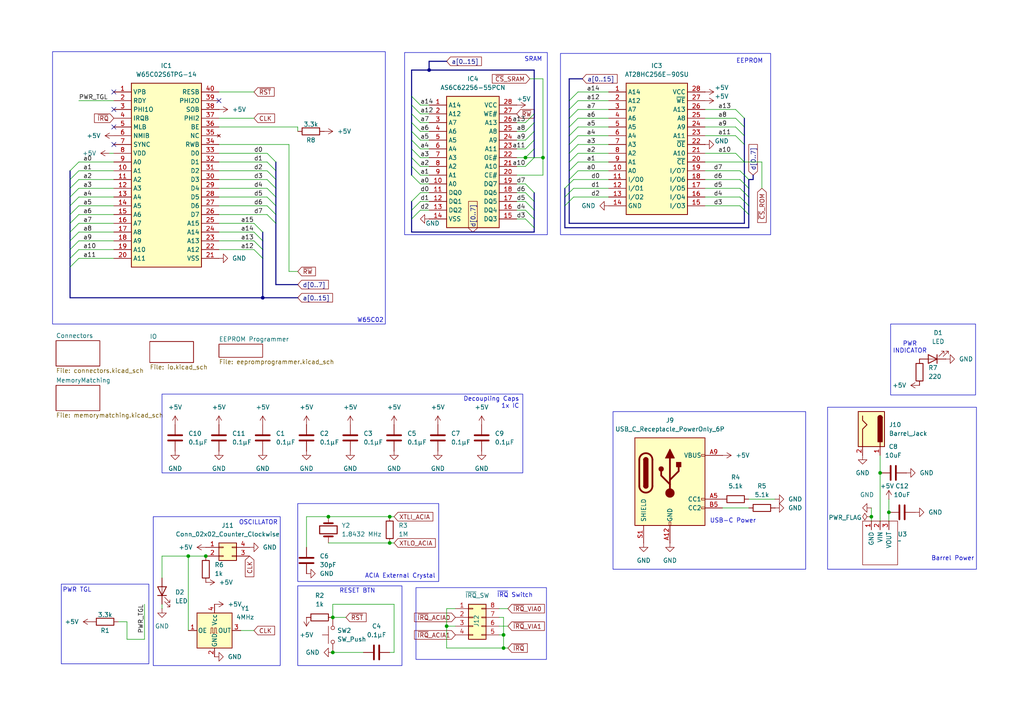
<source format=kicad_sch>
(kicad_sch (version 20250114) (generator "eeschema") (generator_version "9.0")
  (paper "A4")
  (title_block (title "6502 General Purpose Controller") (date "2025-05-22") (rev "3"))
  (rectangle (start 120.65 170.434) (end 158.496 191.262))
  (rectangle (start 177.8 119.38) (end 233.68 165.1))
  (rectangle (start 86.36 169.926) (end 116.586 193.04))
  (rectangle (start 240.03 118.11) (end 283.21 165.1))
  (rectangle (start 17.78 169.418) (end 43.18 192.532))
  (rectangle (start 44.45 149.86) (end 81.28 193.04))
  (rectangle (start 117.348 15.24) (end 158.75 68.072))
  (rectangle (start 258.318 93.98) (end 282.956 114.554))
  (rectangle (start 15.24 14.986) (end 111.76 93.98))
  (rectangle (start 46.99 114.3) (end 151.638 137.16))
  (rectangle (start 86.36 146.05) (end 127.254 168.656))
  (rectangle (start 162.56 15.494) (end 223.52 68.072))
  (text "PWR TGL" (at 22.352 171.196 0) (effects (font (size 1.27 1.27))))
  (text "EEPROM" (at 217.424 17.78 0) (effects (font (size 1.27 1.27))))
  (text "RESET BTN" (at 103.632 171.45 0) (effects (font (size 1.27 1.27))))
  (text "~{IRQ} Switch" (at 149.352 172.72 0) (effects (font (size 1.27 1.27))))
  (text "PWR\nINDICATOR" (at 263.906 100.838 0) (effects (font (size 1.27 1.27))))
  (text "OSCILLATOR" (at 74.93 151.638 0) (effects (font (size 1.27 1.27))))
  (text "Decoupling Caps\n1x IC" (at 150.622 116.84 0) (effects (font (size 1.27 1.27)) (justify right)))
  (text "ACIA External Crystal" (at 116.078 167.132 0) (effects (font (size 1.27 1.27))))
  (text "SRAM" (at 154.686 17.272 0) (effects (font (size 1.27 1.27))))
  (text "W65C02" (at 107.442 92.964 0) (effects (font (size 1.27 1.27))))
  (text "Barrel Power" (at 276.352 162.052 0) (effects (font (size 1.27 1.27))))
  (text "USB-C Power" (at 212.598 151.13 0) (effects (font (size 1.27 1.27))))
  (junction (at 146.05 184.15))
  (junction (at 252.73 149.86))
  (junction (at 113.03 149.86))
  (junction (at 124.46 20.32))
  (junction (at 96.52 189.23))
  (junction (at 146.05 187.96))
  (junction (at 255.27 137.16))
  (junction (at 152.4 45.72))
  (junction (at 157.48 45.72))
  (junction (at 113.03 157.48))
  (junction (at 129.54 181.61))
  (junction (at 257.81 148.59))
  (junction (at 54.61 161.29))
  (junction (at 76.2 86.36))
  (junction (at 59.69 161.29))
  (junction (at 96.52 179.07))
  (junction (at 95.25 149.86))
  (no_connect (at 63.5 29.21))
  (no_connect (at 33.02 31.75))
  (no_connect (at 33.02 26.67))
  (no_connect (at 33.02 41.91))
  (no_connect (at 33.02 36.83))
  (bus_entry (at 121.92 58.42) (size -2.54 2.54))
  (bus_entry (at 214.63 57.15) (size 2.54 2.54))
  (bus_entry (at 167.64 44.45) (size -2.54 2.54))
  (bus_entry (at 166.37 52.07) (size -2.54 2.54))
  (bus_entry (at 152.4 53.34) (size 2.54 2.54))
  (bus_entry (at 22.86 74.93) (size -2.54 2.54))
  (bus_entry (at 121.92 38.1) (size -2.54 -2.54))
  (bus_entry (at 166.37 57.15) (size -2.54 2.54))
  (bus_entry (at 73.66 64.77) (size 2.54 2.54))
  (bus_entry (at 152.4 55.88) (size 2.54 2.54))
  (bus_entry (at 22.86 64.77) (size -2.54 2.54))
  (bus_entry (at 121.92 35.56) (size -2.54 -2.54))
  (bus_entry (at 213.36 31.75) (size 2.54 2.54))
  (bus_entry (at 77.47 44.45) (size 2.54 2.54))
  (bus_entry (at 152.4 45.72) (size 2.54 -2.54))
  (bus_entry (at 152.4 58.42) (size 2.54 2.54))
  (bus_entry (at 152.4 40.64) (size 2.54 -2.54))
  (bus_entry (at 121.92 40.64) (size -2.54 -2.54))
  (bus_entry (at 214.63 52.07) (size 2.54 2.54))
  (bus_entry (at 73.66 67.31) (size 2.54 2.54))
  (bus_entry (at 80.01 52.07) (size -2.54 -2.54))
  (bus_entry (at 22.86 67.31) (size -2.54 2.54))
  (bus_entry (at 167.64 34.29) (size -2.54 2.54))
  (bus_entry (at 121.92 43.18) (size -2.54 -2.54))
  (bus_entry (at 121.92 33.02) (size -2.54 -2.54))
  (bus_entry (at 213.36 39.37) (size 2.54 2.54))
  (bus_entry (at 167.64 39.37) (size -2.54 2.54))
  (bus_entry (at 73.66 69.85) (size 2.54 2.54))
  (bus_entry (at 167.64 46.99) (size -2.54 2.54))
  (bus_entry (at 167.64 41.91) (size -2.54 2.54))
  (bus_entry (at 166.37 54.61) (size -2.54 2.54))
  (bus_entry (at 80.01 59.69) (size -2.54 -2.54))
  (bus_entry (at 167.64 36.83) (size -2.54 2.54))
  (bus_entry (at 214.63 54.61) (size 2.54 2.54))
  (bus_entry (at 121.92 45.72) (size -2.54 -2.54))
  (bus_entry (at 22.86 52.07) (size -2.54 2.54))
  (bus_entry (at 22.86 62.23) (size -2.54 2.54))
  (bus_entry (at 213.36 36.83) (size 2.54 2.54))
  (bus_entry (at 152.4 38.1) (size 2.54 -2.54))
  (bus_entry (at 121.92 30.48) (size -2.54 -2.54))
  (bus_entry (at 167.64 26.67) (size -2.54 2.54))
  (bus_entry (at 80.01 62.23) (size -2.54 -2.54))
  (bus_entry (at 22.86 59.69) (size -2.54 2.54))
  (bus_entry (at 167.64 49.53) (size -2.54 2.54))
  (bus_entry (at 22.86 72.39) (size -2.54 2.54))
  (bus_entry (at 121.92 50.8) (size -2.54 -2.54))
  (bus_entry (at 214.63 49.53) (size 2.54 2.54))
  (bus_entry (at 22.86 46.99) (size -2.54 2.54))
  (bus_entry (at 121.92 55.88) (size -2.54 2.54))
  (bus_entry (at 22.86 69.85) (size -2.54 2.54))
  (bus_entry (at 22.86 49.53) (size -2.54 2.54))
  (bus_entry (at 214.63 59.69) (size 2.54 2.54))
  (bus_entry (at 80.01 54.61) (size -2.54 -2.54))
  (bus_entry (at 213.36 34.29) (size 2.54 2.54))
  (bus_entry (at 152.4 43.18) (size 2.54 -2.54))
  (bus_entry (at 213.36 44.45) (size 2.54 2.54))
  (bus_entry (at 121.92 60.96) (size -2.54 2.54))
  (bus_entry (at 152.4 48.26) (size 2.54 -2.54))
  (bus_entry (at 152.4 35.56) (size 2.54 -2.54))
  (bus_entry (at 22.86 54.61) (size -2.54 2.54))
  (bus_entry (at 121.92 48.26) (size -2.54 -2.54))
  (bus_entry (at 167.64 31.75) (size -2.54 2.54))
  (bus_entry (at 167.64 29.21) (size -2.54 2.54))
  (bus_entry (at 73.66 72.39) (size 2.54 2.54))
  (bus_entry (at 152.4 60.96) (size 2.54 2.54))
  (bus_entry (at 80.01 64.77) (size -2.54 -2.54))
  (bus_entry (at 80.01 57.15) (size -2.54 -2.54))
  (bus_entry (at 80.01 49.53) (size -2.54 -2.54))
  (bus_entry (at 121.92 53.34) (size -2.54 -2.54))
  (bus_entry (at 22.86 57.15) (size -2.54 2.54))
  (bus_entry (at 152.4 63.5) (size 2.54 2.54))
  (wire (pts (xy 204.47 46.99) (xy 215.9 46.99)))
  (wire (pts (xy 209.55 147.32) (xy 217.17 147.32)))
  (wire (pts (xy 114.3 189.23) (xy 114.3 175.26)))
  (wire (pts (xy 63.5 26.67) (xy 73.66 26.67)))
  (bus (pts (xy 217.17 52.07) (xy 217.17 54.61)))
  (wire (pts (xy 215.9 46.99) (xy 220.98 46.99)))
  (bus (pts (xy 165.1 22.86) (xy 165.1 29.21)))
  (bus (pts (xy 217.17 59.69) (xy 217.17 62.23)))
  (bus (pts (xy 119.38 27.94) (xy 119.38 30.48)))
  (bus (pts (xy 163.83 57.15) (xy 163.83 59.69)))
  (wire (pts (xy 149.86 55.88) (xy 152.4 55.88)))
  (wire (pts (xy 69.85 182.88) (xy 73.66 182.88)))
  (wire (pts (xy 149.86 35.56) (xy 152.4 35.56)))
  (bus (pts (xy 154.94 43.18) (xy 154.94 45.72)))
  (wire (pts (xy 146.05 184.15) (xy 146.05 179.07)))
  (wire (pts (xy 166.37 57.15) (xy 176.53 57.15)))
  (wire (pts (xy 204.47 39.37) (xy 213.36 39.37)))
  (wire (pts (xy 95.25 157.48) (xy 113.03 157.48)))
  (bus (pts (xy 119.38 30.48) (xy 119.38 33.02)))
  (bus (pts (xy 215.9 39.37) (xy 215.9 41.91)))
  (bus (pts (xy 80.01 52.07) (xy 80.01 54.61)))
  (wire (pts (xy 22.86 49.53) (xy 33.02 49.53)))
  (wire (pts (xy 204.47 59.69) (xy 214.63 59.69)))
  (wire (pts (xy 113.03 149.86) (xy 114.3 149.86)))
  (bus (pts (xy 163.83 66.04) (xy 217.17 66.04)))
  (wire (pts (xy 144.78 181.61) (xy 147.32 181.61)))
  (bus (pts (xy 215.9 36.83) (xy 215.9 39.37)))
  (wire (pts (xy 121.92 38.1) (xy 124.46 38.1)))
  (wire (pts (xy 204.47 31.75) (xy 213.36 31.75)))
  (bus (pts (xy 119.38 43.18) (xy 119.38 45.72)))
  (wire (pts (xy 63.5 52.07) (xy 77.47 52.07)))
  (wire (pts (xy 63.5 44.45) (xy 77.47 44.45)))
  (bus (pts (xy 20.32 62.23) (xy 20.32 64.77)))
  (bus (pts (xy 163.83 59.69) (xy 163.83 66.04)))
  (wire (pts (xy 167.64 26.67) (xy 176.53 26.67)))
  (wire (pts (xy 63.5 36.83) (xy 86.36 36.83)))
  (bus (pts (xy 20.32 67.31) (xy 20.32 69.85)))
  (wire (pts (xy 167.64 41.91) (xy 176.53 41.91)))
  (bus (pts (xy 165.1 49.53) (xy 165.1 52.07)))
  (wire (pts (xy 22.86 69.85) (xy 33.02 69.85)))
  (wire (pts (xy 96.52 179.07) (xy 100.33 179.07)))
  (wire (pts (xy 22.86 67.31) (xy 33.02 67.31)))
  (bus (pts (xy 154.94 66.04) (xy 154.94 67.31)))
  (bus (pts (xy 165.1 44.45) (xy 165.1 46.99)))
  (wire (pts (xy 255.27 137.16) (xy 255.27 151.13)))
  (bus (pts (xy 217.17 54.61) (xy 217.17 57.15)))
  (wire (pts (xy 204.47 44.45) (xy 213.36 44.45)))
  (bus (pts (xy 76.2 86.36) (xy 86.36 86.36)))
  (bus (pts (xy 165.1 39.37) (xy 165.1 41.91)))
  (wire (pts (xy 255.27 132.08) (xy 255.27 137.16)))
  (wire (pts (xy 157.48 45.72) (xy 157.48 50.8)))
  (bus (pts (xy 215.9 41.91) (xy 215.9 46.99)))
  (wire (pts (xy 257.81 148.59) (xy 257.81 151.13)))
  (wire (pts (xy 166.37 54.61) (xy 176.53 54.61)))
  (wire (pts (xy 86.36 78.74) (xy 83.82 78.74)))
  (wire (pts (xy 149.86 48.26) (xy 152.4 48.26)))
  (wire (pts (xy 86.36 36.83) (xy 86.36 38.1)))
  (wire (pts (xy 121.92 43.18) (xy 124.46 43.18)))
  (wire (pts (xy 144.78 176.53) (xy 147.32 176.53)))
  (bus (pts (xy 20.32 57.15) (xy 20.32 59.69)))
  (bus (pts (xy 80.01 57.15) (xy 80.01 59.69)))
  (wire (pts (xy 204.47 49.53) (xy 214.63 49.53)))
  (wire (pts (xy 217.17 144.78) (xy 224.79 144.78)))
  (bus (pts (xy 124.46 17.78) (xy 124.46 20.32)))
  (bus (pts (xy 217.17 62.23) (xy 217.17 66.04)))
  (wire (pts (xy 36.83 180.34) (xy 36.83 185.42)))
  (bus (pts (xy 124.46 20.32) (xy 154.94 20.32)))
  (bus (pts (xy 80.01 82.55) (xy 86.36 82.55)))
  (wire (pts (xy 34.29 180.34) (xy 36.83 180.34)))
  (wire (pts (xy 252.73 147.32) (xy 252.73 149.86)))
  (wire (pts (xy 63.5 34.29) (xy 73.66 34.29)))
  (bus (pts (xy 119.38 48.26) (xy 119.38 50.8)))
  (bus (pts (xy 215.9 34.29) (xy 215.9 36.83)))
  (wire (pts (xy 121.92 33.02) (xy 124.46 33.02)))
  (bus (pts (xy 80.01 46.99) (xy 80.01 49.53)))
  (bus (pts (xy 215.9 46.99) (xy 215.9 64.77)))
  (bus (pts (xy 80.01 54.61) (xy 80.01 57.15)))
  (wire (pts (xy 41.91 175.26) (xy 41.91 185.42)))
  (wire (pts (xy 167.64 34.29) (xy 176.53 34.29)))
  (bus (pts (xy 20.32 77.47) (xy 20.32 86.36)))
  (wire (pts (xy 46.99 175.26) (xy 46.99 176.53)))
  (bus (pts (xy 76.2 72.39) (xy 76.2 74.93)))
  (wire (pts (xy 149.86 60.96) (xy 152.4 60.96)))
  (bus (pts (xy 154.94 58.42) (xy 154.94 60.96)))
  (wire (pts (xy 63.5 59.69) (xy 77.47 59.69)))
  (wire (pts (xy 149.86 43.18) (xy 152.4 43.18)))
  (bus (pts (xy 80.01 62.23) (xy 80.01 64.77)))
  (bus (pts (xy 20.32 49.53) (xy 20.32 52.07)))
  (wire (pts (xy 167.64 36.83) (xy 176.53 36.83)))
  (wire (pts (xy 22.86 72.39) (xy 33.02 72.39)))
  (wire (pts (xy 157.48 22.86) (xy 157.48 45.72)))
  (wire (pts (xy 121.92 30.48) (xy 124.46 30.48)))
  (bus (pts (xy 154.94 40.64) (xy 154.94 43.18)))
  (bus (pts (xy 217.17 57.15) (xy 217.17 59.69)))
  (bus (pts (xy 20.32 74.93) (xy 20.32 77.47)))
  (wire (pts (xy 149.86 38.1) (xy 152.4 38.1)))
  (bus (pts (xy 76.2 67.31) (xy 76.2 69.85)))
  (wire (pts (xy 22.86 64.77) (xy 33.02 64.77)))
  (wire (pts (xy 149.86 58.42) (xy 152.4 58.42)))
  (wire (pts (xy 113.03 189.23) (xy 114.3 189.23)))
  (wire (pts (xy 166.37 52.07) (xy 176.53 52.07)))
  (wire (pts (xy 129.54 187.96) (xy 129.54 181.61)))
  (wire (pts (xy 63.5 67.31) (xy 73.66 67.31)))
  (bus (pts (xy 165.1 29.21) (xy 165.1 31.75)))
  (wire (pts (xy 121.92 58.42) (xy 124.46 58.42)))
  (bus (pts (xy 20.32 86.36) (xy 76.2 86.36)))
  (wire (pts (xy 88.9 149.86) (xy 95.25 149.86)))
  (wire (pts (xy 96.52 175.26) (xy 96.52 179.07)))
  (bus (pts (xy 119.38 60.96) (xy 119.38 63.5)))
  (wire (pts (xy 63.5 62.23) (xy 77.47 62.23)))
  (bus (pts (xy 165.1 64.77) (xy 215.9 64.77)))
  (wire (pts (xy 63.5 57.15) (xy 77.47 57.15)))
  (bus (pts (xy 80.01 64.77) (xy 80.01 82.55)))
  (wire (pts (xy 144.78 184.15) (xy 146.05 184.15)))
  (wire (pts (xy 154.94 45.72) (xy 157.48 45.72)))
  (wire (pts (xy 113.03 157.48) (xy 114.3 157.48)))
  (bus (pts (xy 154.94 33.02) (xy 154.94 35.56)))
  (wire (pts (xy 54.61 161.29) (xy 59.69 161.29)))
  (wire (pts (xy 88.9 149.86) (xy 88.9 158.75)))
  (bus (pts (xy 154.94 55.88) (xy 154.94 58.42)))
  (wire (pts (xy 31.75 44.45) (xy 33.02 44.45)))
  (wire (pts (xy 152.4 45.72) (xy 154.94 45.72)))
  (wire (pts (xy 63.5 69.85) (xy 73.66 69.85)))
  (wire (pts (xy 121.92 48.26) (xy 124.46 48.26)))
  (wire (pts (xy 149.86 45.72) (xy 152.4 45.72)))
  (wire (pts (xy 252.73 149.86) (xy 252.73 151.13)))
  (wire (pts (xy 204.47 34.29) (xy 213.36 34.29)))
  (wire (pts (xy 121.92 55.88) (xy 124.46 55.88)))
  (wire (pts (xy 96.52 189.23) (xy 105.41 189.23)))
  (wire (pts (xy 129.54 181.61) (xy 132.08 181.61)))
  (wire (pts (xy 204.47 36.83) (xy 213.36 36.83)))
  (bus (pts (xy 165.1 46.99) (xy 165.1 49.53)))
  (wire (pts (xy 204.47 57.15) (xy 214.63 57.15)))
  (bus (pts (xy 76.2 69.85) (xy 76.2 72.39)))
  (wire (pts (xy 22.86 54.61) (xy 33.02 54.61)))
  (bus (pts (xy 20.32 59.69) (xy 20.32 62.23)))
  (bus (pts (xy 168.91 22.86) (xy 165.1 22.86)))
  (wire (pts (xy 167.64 49.53) (xy 176.53 49.53)))
  (bus (pts (xy 154.94 60.96) (xy 154.94 63.5)))
  (wire (pts (xy 95.25 149.86) (xy 113.03 149.86)))
  (bus (pts (xy 217.17 52.07) (xy 218.44 52.07)))
  (wire (pts (xy 46.99 167.64) (xy 46.99 161.29)))
  (wire (pts (xy 167.64 46.99) (xy 176.53 46.99)))
  (wire (pts (xy 204.47 54.61) (xy 214.63 54.61)))
  (bus (pts (xy 154.94 38.1) (xy 154.94 40.64)))
  (bus (pts (xy 20.32 64.77) (xy 20.32 67.31)))
  (bus (pts (xy 119.38 35.56) (xy 119.38 38.1)))
  (bus (pts (xy 119.38 63.5) (xy 119.38 67.31)))
  (wire (pts (xy 22.86 59.69) (xy 33.02 59.69)))
  (bus (pts (xy 80.01 59.69) (xy 80.01 62.23)))
  (wire (pts (xy 36.83 185.42) (xy 41.91 185.42)))
  (bus (pts (xy 165.1 31.75) (xy 165.1 34.29)))
  (bus (pts (xy 20.32 52.07) (xy 20.32 54.61)))
  (wire (pts (xy 121.92 40.64) (xy 124.46 40.64)))
  (wire (pts (xy 146.05 179.07) (xy 144.78 179.07)))
  (bus (pts (xy 76.2 74.93) (xy 76.2 86.36)))
  (wire (pts (xy 22.86 62.23) (xy 33.02 62.23)))
  (wire (pts (xy 167.64 29.21) (xy 176.53 29.21)))
  (bus (pts (xy 119.38 38.1) (xy 119.38 40.64)))
  (bus (pts (xy 218.44 50.8) (xy 218.44 52.07)))
  (bus (pts (xy 20.32 69.85) (xy 20.32 72.39)))
  (bus (pts (xy 119.38 67.31) (xy 154.94 67.31)))
  (bus (pts (xy 119.38 40.64) (xy 119.38 43.18)))
  (wire (pts (xy 167.64 44.45) (xy 176.53 44.45)))
  (wire (pts (xy 204.47 52.07) (xy 214.63 52.07)))
  (wire (pts (xy 149.86 63.5) (xy 152.4 63.5)))
  (bus (pts (xy 119.38 33.02) (xy 119.38 35.56)))
  (wire (pts (xy 22.86 29.21) (xy 33.02 29.21)))
  (wire (pts (xy 129.54 187.96) (xy 146.05 187.96)))
  (bus (pts (xy 129.54 17.78) (xy 124.46 17.78)))
  (wire (pts (xy 121.92 45.72) (xy 124.46 45.72)))
  (wire (pts (xy 153.67 22.86) (xy 157.48 22.86)))
  (wire (pts (xy 63.5 41.91) (xy 83.82 41.91)))
  (bus (pts (xy 119.38 20.32) (xy 119.38 27.94)))
  (wire (pts (xy 121.92 35.56) (xy 124.46 35.56)))
  (bus (pts (xy 80.01 49.53) (xy 80.01 52.07)))
  (bus (pts (xy 163.83 54.61) (xy 163.83 57.15)))
  (wire (pts (xy 220.98 46.99) (xy 220.98 54.61)))
  (bus (pts (xy 154.94 35.56) (xy 154.94 38.1)))
  (bus (pts (xy 20.32 54.61) (xy 20.32 57.15)))
  (wire (pts (xy 129.54 181.61) (xy 129.54 176.53)))
  (bus (pts (xy 119.38 20.32) (xy 124.46 20.32)))
  (bus (pts (xy 165.1 36.83) (xy 165.1 39.37)))
  (bus (pts (xy 119.38 45.72) (xy 119.38 48.26)))
  (wire (pts (xy 121.92 60.96) (xy 124.46 60.96)))
  (wire (pts (xy 22.86 74.93) (xy 33.02 74.93)))
  (wire (pts (xy 114.3 175.26) (xy 96.52 175.26)))
  (wire (pts (xy 257.81 144.78) (xy 257.81 148.59)))
  (wire (pts (xy 22.86 46.99) (xy 33.02 46.99)))
  (wire (pts (xy 121.92 50.8) (xy 124.46 50.8)))
  (bus (pts (xy 165.1 34.29) (xy 165.1 36.83)))
  (wire (pts (xy 149.86 40.64) (xy 152.4 40.64)))
  (wire (pts (xy 63.5 46.99) (xy 77.47 46.99)))
  (wire (pts (xy 167.64 31.75) (xy 176.53 31.75)))
  (wire (pts (xy 63.5 54.61) (xy 77.47 54.61)))
  (wire (pts (xy 167.64 39.37) (xy 176.53 39.37)))
  (wire (pts (xy 121.92 53.34) (xy 124.46 53.34)))
  (wire (pts (xy 46.99 161.29) (xy 54.61 161.29)))
  (wire (pts (xy 63.5 49.53) (xy 77.47 49.53)))
  (bus (pts (xy 165.1 52.07) (xy 165.1 64.77)))
  (wire (pts (xy 22.86 57.15) (xy 33.02 57.15)))
  (wire (pts (xy 129.54 176.53) (xy 132.08 176.53)))
  (wire (pts (xy 157.48 50.8) (xy 149.86 50.8)))
  (wire (pts (xy 149.86 53.34) (xy 152.4 53.34)))
  (bus (pts (xy 20.32 72.39) (xy 20.32 74.93)))
  (bus (pts (xy 154.94 20.32) (xy 154.94 33.02)))
  (wire (pts (xy 146.05 184.15) (xy 146.05 187.96)))
  (bus (pts (xy 154.94 63.5) (xy 154.94 66.04)))
  (wire (pts (xy 54.61 182.88) (xy 54.61 161.29)))
  (bus (pts (xy 119.38 58.42) (xy 119.38 60.96)))
  (wire (pts (xy 22.86 52.07) (xy 33.02 52.07)))
  (bus (pts (xy 165.1 41.91) (xy 165.1 44.45)))
  (wire (pts (xy 83.82 78.74) (xy 83.82 41.91)))
  (wire (pts (xy 63.5 72.39) (xy 73.66 72.39)))
  (wire (pts (xy 63.5 64.77) (xy 73.66 64.77)))
  (wire (pts (xy 146.05 187.96) (xy 147.32 187.96)))
  (label "a3" (at 121.92 45.72 0))
  (label "a7" (at 24.13 64.77 0))
  (label "a4" (at 170.18 39.37 0))
  (label "a14" (at 69.85 67.31 0))
  (label "d2" (at 171.45 57.15 0))
  (label "a5" (at 170.18 36.83 0))
  (label "a1" (at 24.13 49.53 0))
  (label "a12" (at 121.92 33.02 0))
  (label "d0" (at 73.66 44.45 0))
  (label "PWR_TGL" (at 41.91 175.26 270))
  (label "a8" (at 24.13 67.31 0))
  (label "a7" (at 121.92 35.56 0))
  (label "d4" (at 152.4 60.96 180))
  (label "a2" (at 121.92 48.26 0))
  (label "d3" (at 207.01 59.69 0))
  (label "a10" (at 152.4 48.26 180))
  (label "d7" (at 73.66 62.23 0))
  (label "PWR_TGL" (at 22.86 29.21 0))
  (label "a14" (at 121.92 30.48 0))
  (label "a5" (at 24.13 59.69 0))
  (label "d7" (at 207.01 49.53 0))
  (label "d1" (at 73.66 46.99 0))
  (label "a12" (at 69.85 72.39 0))
  (label "a8" (at 208.28 34.29 0))
  (label "a3" (at 170.18 41.91 0))
  (label "a0" (at 170.18 49.53 0))
  (label "a11" (at 152.4 43.18 180))
  (label "d6" (at 73.66 59.69 0))
  (label "d3" (at 73.66 52.07 0))
  (label "a13" (at 152.4 35.56 180))
  (label "a11" (at 208.28 39.37 0))
  (label "a0" (at 121.92 53.34 0))
  (label "d0" (at 171.45 52.07 0))
  (label "a6" (at 24.13 62.23 0))
  (label "d1" (at 121.92 58.42 0))
  (label "a1" (at 121.92 50.8 0))
  (label "d6" (at 207.01 52.07 0))
  (label "d2" (at 73.66 49.53 0))
  (label "a10" (at 24.13 72.39 0))
  (label "a14" (at 170.18 26.67 0))
  (label "d0" (at 121.92 55.88 0))
  (label "a6" (at 121.92 38.1 0))
  (label "d5" (at 152.4 58.42 180))
  (label "d5" (at 73.66 57.15 0))
  (label "a9" (at 24.13 69.85 0))
  (label "d4" (at 73.66 54.61 0))
  (label "a1" (at 170.18 46.99 0))
  (label "a11" (at 24.13 74.93 0))
  (label "a3" (at 24.13 54.61 0))
  (label "d6" (at 152.4 55.88 180))
  (label "a4" (at 121.92 43.18 0))
  (label "a0" (at 24.13 46.99 0))
  (label "d3" (at 152.4 63.5 180))
  (label "a5" (at 121.92 40.64 0))
  (label "d4" (at 207.01 57.15 0))
  (label "a2" (at 24.13 52.07 0))
  (label "a15" (at 69.85 64.77 0))
  (label "d5" (at 207.01 54.61 0))
  (label "a4" (at 24.13 57.15 0))
  (label "a6" (at 170.18 34.29 0))
  (label "a13" (at 69.85 69.85 0))
  (label "a7" (at 170.18 31.75 0))
  (label "d2" (at 121.92 60.96 0))
  (label "a9" (at 152.4 40.64 180))
  (label "a2" (at 170.18 44.45 0))
  (label "d1" (at 171.45 54.61 0))
  (label "a10" (at 208.28 44.45 0))
  (label "a12" (at 170.18 29.21 0))
  (label "d7" (at 152.4 53.34 180))
  (label "a8" (at 152.4 38.1 180))
  (label "a13" (at 208.28 31.75 0))
  (label "a9" (at 208.28 36.83 0))
  (global_label "CLK" (shape input) (at 72.39 161.29 270) (property "Intersheetrefs" "${INTERSHEET_REFS}" (effects (hide yes))))
  (global_label "~{CS}_SRAM" (shape input) (at 153.67 22.86 180) (property "Intersheetrefs" "${INTERSHEET_REFS}" (effects (hide yes))))
  (global_label "XTLO_ACIA" (shape input) (at 114.3 157.48 0) (property "Intersheetrefs" "${INTERSHEET_REFS}" (effects (hide yes))))
  (global_label "~{IRQ}_VIA0" (shape input) (at 147.32 176.53 0) (property "Intersheetrefs" "${INTERSHEET_REFS}" (effects (hide yes))))
  (global_label "~{IRQ}_VIA1" (shape input) (at 147.32 181.61 0) (property "Intersheetrefs" "${INTERSHEET_REFS}" (effects (hide yes))))
  (global_label "a[0..15]" (shape input) (at 129.54 17.78 0) (property "Intersheetrefs" "${INTERSHEET_REFS}" (effects (hide yes))))
  (global_label "d[0..7]" (shape input) (at 218.44 50.8 90) (property "Intersheetrefs" "${INTERSHEET_REFS}" (effects (hide yes))))
  (global_label "XTLI_ACIA" (shape input) (at 114.3 149.86 0) (property "Intersheetrefs" "${INTERSHEET_REFS}" (effects (hide yes))))
  (global_label "~{RW}" (shape input) (at 86.36 78.74 0) (property "Intersheetrefs" "${INTERSHEET_REFS}" (effects (hide yes))))
  (global_label "CLK" (shape input) (at 73.66 34.29 0) (property "Intersheetrefs" "${INTERSHEET_REFS}" (effects (hide yes))))
  (global_label "a[0..15]" (shape input) (at 86.36 86.36 0) (property "Intersheetrefs" "${INTERSHEET_REFS}" (effects (hide yes))))
  (global_label "a[0..15]" (shape input) (at 168.91 22.86 0) (property "Intersheetrefs" "${INTERSHEET_REFS}" (effects (hide yes))))
  (global_label "~{CS}_ROM" (shape input) (at 220.98 54.61 270) (property "Intersheetrefs" "${INTERSHEET_REFS}" (effects (hide yes))))
  (global_label "d[0..7]" (shape input) (at 86.36 82.55 0) (property "Intersheetrefs" "${INTERSHEET_REFS}" (effects (hide yes))))
  (global_label "~{IRQ}_ACIA0" (shape input) (at 132.08 179.07 180) (property "Intersheetrefs" "${INTERSHEET_REFS}" (effects (hide yes))))
  (global_label "~{RST}" (shape input) (at 73.66 26.67 0) (property "Intersheetrefs" "${INTERSHEET_REFS}" (effects (hide yes))))
  (global_label "CLK" (shape input) (at 73.66 182.88 0) (property "Intersheetrefs" "${INTERSHEET_REFS}" (effects (hide yes))))
  (global_label "~{IRQ}_ACIA1" (shape input) (at 132.08 184.15 180) (property "Intersheetrefs" "${INTERSHEET_REFS}" (effects (hide yes))))
  (global_label "~{IRQ}" (shape input) (at 33.02 34.29 180) (property "Intersheetrefs" "${INTERSHEET_REFS}" (effects (hide yes))))
  (global_label "~{RST}" (shape input) (at 100.33 179.07 0) (property "Intersheetrefs" "${INTERSHEET_REFS}" (effects (hide yes))))
  (global_label "d[0..7]" (shape input) (at 137.16 67.31 90) (property "Intersheetrefs" "${INTERSHEET_REFS}" (effects (hide yes))))
  (global_label "~{IRQ}" (shape input) (at 147.32 187.96 0) (property "Intersheetrefs" "${INTERSHEET_REFS}" (effects (hide yes))))
  (global_label "~{RW}" (shape input) (at 149.86 33.02 0) (property "Intersheetrefs" "${INTERSHEET_REFS}" (effects (hide yes))))
  (symbol (lib_id "power:GND") (at 194.31 157.48 0) (unit 1)
    (property "Reference" "#PWR044" (effects (hide yes)))
    (property "Value" "GND" (at 194.31 162.56 0))
    (property "Description" "Power symbol creates a global label with name \"GND\" , ground" (effects (hide yes)))
  )
  (symbol (lib_id "Device:R") (at 90.17 38.1 270) (unit 1)
    (property "Reference" "R8" (at 90.17 40.64 90))
    (property "Value" "3.3k" (at 90.17 36.068 90))
    (property "Footprint" "Resistor_SMD:R_0603_1608Metric_Pad0.98x0.95mm_HandSolder" (effects (hide yes)))
    (property "Description" "Resistor" (effects (hide yes)))
  )
  (symbol (lib_id "power:GND") (at 252.73 147.32 270) (unit 1)
    (property "Reference" "#PWR051" (effects (hide yes)))
    (property "Value" "GND" (at 251.46 143.51 90))
    (property "Description" "Power symbol creates a global label with name \"GND\" , ground" (effects (hide yes)))
  )
  (symbol (lib_id "power:GND") (at 265.43 148.59 90) (unit 1)
    (property "Reference" "#PWR070" (effects (hide yes)))
    (property "Value" "GND" (at 269.24 148.5899 90) (effects (justify right)))
    (property "Description" "Power symbol creates a global label with name \"GND\" , ground" (effects (hide yes)))
  )
  (symbol (lib_id "power:GND") (at 46.99 176.53 0) (unit 1)
    (property "Reference" "#PWR061" (effects (hide yes)))
    (property "Value" "GND" (at 46.99 181.61 0))
    (property "Description" "Power symbol creates a global label with name \"GND\" , ground" (effects (hide yes)))
  )
  (symbol (lib_id "power:+5V") (at 59.69 158.75 90) (unit 1)
    (property "Reference" "#PWR054" (effects (hide yes)))
    (property "Value" "+5V" (at 55.88 158.7499 90) (effects (justify left)))
    (property "Description" "Power symbol creates a global label with name \"+5V\"" (effects (hide yes)))
  )
  (symbol (lib_id "Device:Crystal") (at 95.25 153.67 90) (unit 1)
    (property "Reference" "Y2" (at 99.06 152.3999 90) (effects (justify right)))
    (property "Value" "1.8432 MHz" (at 99.06 154.9399 90) (effects (justify right)))
    (property "Footprint" "Crystal:MP018B" (effects (hide yes)))
    (property "Description" "Two pin crystal" (effects (hide yes)))
  )
  (symbol (lib_id "power:GND") (at 76.2 130.81 0) (unit 1)
    (property "Reference" "#PWR014" (effects (hide yes)))
    (property "Value" "GND" (at 76.2 135.89 0))
    (property "Description" "Power symbol creates a global label with name \"GND\" , ground" (effects (hide yes)))
  )
  (symbol (lib_id "Switch:SW_Push") (at 96.52 184.15 90) (unit 1)
    (property "Reference" "SW2" (at 97.79 182.8799 90) (effects (justify right)))
    (property "Value" "SW_Push" (at 97.79 185.4199 90) (effects (justify right)))
    (property "Footprint" "LCSCLib:SW-SMD_L3.9-W3.0-P4.45" (effects (hide yes)))
    (property "Description" "Push button switch, generic, two pins" (effects (hide yes)))
  )
  (symbol (lib_id "power:GND") (at 63.5 130.81 0) (unit 1)
    (property "Reference" "#PWR069" (effects (hide yes)))
    (property "Value" "GND" (at 63.5 135.89 0))
    (property "Description" "Power symbol creates a global label with name \"GND\" , ground" (effects (hide yes)))
  )
  (symbol (lib_id "power:+5V") (at 209.55 132.08 270) (unit 1)
    (property "Reference" "#PWR042" (effects (hide yes)))
    (property "Value" "+5V" (at 213.36 132.0799 90) (effects (justify left)))
    (property "Description" "Power symbol creates a global label with name \"+5V\"" (effects (hide yes)))
  )
  (symbol (lib_id "Device:C") (at 50.8 127 0) (unit 1)
    (property "Reference" "C10" (at 54.61 125.7299 0) (effects (justify left)))
    (property "Value" "0.1µF" (at 54.61 128.2699 0) (effects (justify left)))
    (property "Footprint" "Capacitor_SMD:C_0603_1608Metric_Pad1.08x0.95mm_HandSolder" (effects (hide yes)))
    (property "Description" "Unpolarized capacitor" (effects (hide yes)))
  )
  (symbol (lib_id "power:GND") (at 274.32 104.14 90) (unit 1)
    (property "Reference" "#PWR059" (effects (hide yes)))
    (property "Value" "GND" (at 278.13 104.1399 90) (effects (justify right)))
    (property "Description" "Power symbol creates a global label with name \"GND\" , ground" (effects (hide yes)))
  )
  (symbol (lib_id "Connector:Barrel_Jack") (at 252.73 124.46 270) (unit 1)
    (property "Reference" "J10" (at 257.81 123.1899 90) (effects (justify left)))
    (property "Value" "Barrel_Jack" (at 257.81 125.7299 90) (effects (justify left)))
    (property "Footprint" "Connector_BarrelJack:BarrelJack_Horizontal" (effects (hide yes)))
    (property "Description" "DC Barrel Jack" (effects (hide yes)))
  )
  (symbol (lib_id "power:GND") (at 50.8 130.81 0) (unit 1)
    (property "Reference" "#PWR067" (effects (hide yes)))
    (property "Value" "GND" (at 50.8 135.89 0))
    (property "Description" "Power symbol creates a global label with name \"GND\" , ground" (effects (hide yes)))
  )
  (symbol (lib_id "power:GND") (at 114.3 130.81 0) (unit 1)
    (property "Reference" "#PWR034" (effects (hide yes)))
    (property "Value" "GND" (at 114.3 135.89 0))
    (property "Description" "Power symbol creates a global label with name \"GND\" , ground" (effects (hide yes)))
  )
  (symbol (lib_id "power:GND") (at 250.19 132.08 0) (unit 1)
    (property "Reference" "#PWR047" (effects (hide yes)))
    (property "Value" "GND" (at 250.19 137.16 0))
    (property "Description" "Power symbol creates a global label with name \"GND\" , ground" (effects (hide yes)))
  )
  (symbol (lib_id "power:+5V") (at 26.67 180.34 90) (unit 1)
    (property "Reference" "#PWR04" (effects (hide yes)))
    (property "Value" "+5V" (at 22.86 180.3399 90) (effects (justify left)))
    (property "Description" "Power symbol creates a global label with name \"+5V\"" (effects (hide yes)))
  )
  (symbol (lib_id "power:GND") (at 204.47 41.91 90) (unit 1)
    (property "Reference" "#PWR029" (effects (hide yes)))
    (property "Value" "GND" (at 207.264 40.894 90) (effects (justify right)))
    (property "Description" "Power symbol creates a global label with name \"GND\" , ground" (effects (hide yes)))
  )
  (symbol (lib_id "Device:C") (at 101.6 127 0) (unit 1)
    (property "Reference" "C3" (at 105.41 125.7299 0) (effects (justify left)))
    (property "Value" "0.1µF" (at 105.41 128.2699 0) (effects (justify left)))
    (property "Footprint" "Capacitor_SMD:C_0603_1608Metric_Pad1.08x0.95mm_HandSolder" (effects (hide yes)))
    (property "Description" "Unpolarized capacitor" (effects (hide yes)))
  )
  (symbol (lib_id "power:+5V") (at 127 123.19 0) (unit 1)
    (property "Reference" "#PWR048" (effects (hide yes)))
    (property "Value" "+5V" (at 127 118.11 0))
    (property "Description" "Power symbol creates a global label with name \"+5V\"" (effects (hide yes)))
  )
  (symbol (lib_id "Device:C") (at 261.62 148.59 270) (unit 1)
    (property "Reference" "C12" (at 261.62 140.97 90))
    (property "Value" "10uF" (at 261.62 143.51 90))
    (property "Footprint" "Capacitor_SMD:C_0603_1608Metric_Pad1.08x0.95mm_HandSolder" (effects (hide yes)))
    (property "Description" "Unpolarized capacitor" (effects (hide yes)))
  )
  (symbol (lib_id "W65C02S6TPG-14:W65C02S6TPG-14") (at 33.02 26.67 0) (unit 1)
    (property "Reference" "IC1" (at 48.26 19.05 0))
    (property "Value" "W65C02S6TPG-14" (at 48.26 21.59 0))
    (property "Footprint" "LCSCLib:DIP-40_L50.8-W17.8-P2.54-LS15.2-BL" (effects (hide yes)))
    (property "Datasheet" "https://componentsearchengine.com/Datasheets/1/W65C02S6TPG-14.pdf" (effects (hide yes)))
    (property "Description" "Microprocessors - MPU 8-bit Microprocessor" (effects (hide yes)))
    (property "Height" "5.08" (effects (hide yes)))
    (property "Mouser Part Number" "955-W65C02S6TPG-14" (effects (hide yes)))
    (property "Mouser Price/Stock" "https://www.mouser.co.uk/ProductDetail/Western-Design-Center-WDC/W65C02S6TPG-14?qs=opBjA1TV903lvWo9AEKH5w%3D%3D" (effects (hide yes)))
    (property "Manufacturer_Name" "Western Design Center (WDC)" (effects (hide yes)))
    (property "Manufacturer_Part_Number" "W65C02S6TPG-14" (effects (hide yes)))
  )
  (symbol (lib_id "Device:C") (at 259.08 137.16 90) (unit 1)
    (property "Reference" "C8" (at 259.08 129.54 90))
    (property "Value" "10uF" (at 259.08 132.08 90))
    (property "Footprint" "Capacitor_SMD:C_0603_1608Metric_Pad1.08x0.95mm_HandSolder" (effects (hide yes)))
    (property "Description" "Unpolarized capacitor" (effects (hide yes)))
  )
  (symbol (lib_id "power:+5V") (at 114.3 123.19 0) (unit 1)
    (property "Reference" "#PWR033" (effects (hide yes)))
    (property "Value" "+5V" (at 114.3 118.11 0))
    (property "Description" "Power symbol creates a global label with name \"+5V\"" (effects (hide yes)))
  )
  (symbol (lib_id "Device:C") (at 114.3 127 0) (unit 1)
    (property "Reference" "C5" (at 118.11 125.7299 0) (effects (justify left)))
    (property "Value" "0.1µF" (at 118.11 128.2699 0) (effects (justify left)))
    (property "Footprint" "Capacitor_SMD:C_0603_1608Metric_Pad1.08x0.95mm_HandSolder" (effects (hide yes)))
    (property "Description" "Unpolarized capacitor" (effects (hide yes)))
  )
  (symbol (lib_id "Device:LED") (at 270.51 104.14 180) (unit 1)
    (property "Reference" "D1" (at 272.0975 96.52 0))
    (property "Value" "LED" (at 272.0975 99.06 0))
    (property "Footprint" "LED_SMD:LED_0603_1608Metric_Pad1.05x0.95mm_HandSolder" (effects (hide yes)))
    (property "Description" "Light emitting diode" (effects (hide yes)))
    (property "Sim.Pins" "1=K 2=A" (effects (hide yes)))
  )
  (symbol (lib_id "power:+5V") (at 88.9 179.07 180) (unit 1)
    (property "Reference" "#PWR012" (effects (hide yes)))
    (property "Value" "+5V" (at 88.9 184.15 0))
    (property "Description" "Power symbol creates a global label with name \"+5V\"" (effects (hide yes)))
  )
  (symbol (lib_id "power:GND") (at 96.52 189.23 270) (unit 1)
    (property "Reference" "#PWR013" (effects (hide yes)))
    (property "Value" "GND" (at 92.71 189.2299 90) (effects (justify right)))
    (property "Description" "Power symbol creates a global label with name \"GND\" , ground" (effects (hide yes)))
  )
  (symbol (lib_id "Device:C") (at 139.7 127 0) (unit 1)
    (property "Reference" "C9" (at 143.51 125.7299 0) (effects (justify left)))
    (property "Value" "0.1µF" (at 143.51 128.2699 0) (effects (justify left)))
    (property "Footprint" "Capacitor_SMD:C_0603_1608Metric_Pad1.08x0.95mm_HandSolder" (effects (hide yes)))
    (property "Description" "Unpolarized capacitor" (effects (hide yes)))
  )
  (symbol (lib_id "power:+5V") (at 204.47 29.21 270) (unit 1)
    (property "Reference" "#PWR028" (effects (hide yes)))
    (property "Value" "+5V" (at 207.264 27.94 90) (effects (justify left)))
    (property "Description" "Power symbol creates a global label with name \"+5V\"" (effects (hide yes)))
  )
  (symbol (lib_id "Connector_Generic:Conn_02x02_Counter_Clockwise") (at 64.77 158.75 0) (unit 1)
    (property "Reference" "J11" (at 66.04 152.4 0))
    (property "Value" "Conn_02x02_Counter_Clockwise" (at 66.04 154.94 0))
    (property "Footprint" "Connector_PinSocket_2.54mm:PinSocket_2x02_P2.54mm_Vertical_SMD" (effects (hide yes)))
    (property "Description" "Generic connector, double row, 02x02, counter clockwise pin numbering scheme (similar to DIP package numbering), script generated (kicad-library-utils/schlib/autogen/connector/)" (effects (hide yes)))
  )
  (symbol (lib_id "power:+5V") (at 62.23 175.26 270) (unit 1)
    (property "Reference" "#PWR05" (effects (hide yes)))
    (property "Value" "+5V" (at 66.04 175.2599 90) (effects (justify left)))
    (property "Description" "Power symbol creates a global label with name \"+5V\"" (effects (hide yes)))
  )
  (symbol (lib_id "power:+5V") (at 63.5 123.19 0) (unit 1)
    (property "Reference" "#PWR068" (effects (hide yes)))
    (property "Value" "+5V" (at 63.5 118.11 0))
    (property "Description" "Power symbol creates a global label with name \"+5V\"" (effects (hide yes)))
  )
  (symbol (lib_id "power:+5V") (at 101.6 123.19 0) (unit 1)
    (property "Reference" "#PWR019" (effects (hide yes)))
    (property "Value" "+5V" (at 101.6 118.11 0))
    (property "Description" "Power symbol creates a global label with name \"+5V\"" (effects (hide yes)))
  )
  (symbol (lib_id "power:GND") (at 139.7 130.81 0) (unit 1)
    (property "Reference" "#PWR058" (effects (hide yes)))
    (property "Value" "GND" (at 139.7 135.89 0))
    (property "Description" "Power symbol creates a global label with name \"GND\" , ground" (effects (hide yes)))
  )
  (symbol (lib_id "power:GND") (at 72.39 158.75 90) (unit 1)
    (property "Reference" "#PWR053" (effects (hide yes)))
    (property "Value" "GND" (at 76.2 158.7499 90) (effects (justify right)))
    (property "Description" "Power symbol creates a global label with name \"GND\" , ground" (effects (hide yes)))
  )
  (symbol (lib_id "power:+5V") (at 76.2 123.19 0) (unit 1)
    (property "Reference" "#PWR017" (effects (hide yes)))
    (property "Value" "+5V" (at 76.2 118.11 0))
    (property "Description" "Power symbol creates a global label with name \"+5V\"" (effects (hide yes)))
  )
  (symbol (lib_id "power:+5V") (at 50.8 123.19 0) (unit 1)
    (property "Reference" "#PWR066" (effects (hide yes)))
    (property "Value" "+5V" (at 50.8 118.11 0))
    (property "Description" "Power symbol creates a global label with name \"+5V\"" (effects (hide yes)))
  )
  (symbol (lib_id "power:GND") (at 63.5 74.93 90) (unit 1)
    (property "Reference" "#PWR01" (effects (hide yes)))
    (property "Value" "GND" (at 67.31 74.9299 90) (effects (justify right)))
    (property "Description" "Power symbol creates a global label with name \"GND\" , ground" (effects (hide yes)))
  )
  (symbol (lib_id "LCSCLib:HT7850-A") (at 250.19 153.67 90) (unit 1)
    (property "Reference" "U3" (at 260.35 154.9399 90) (effects (justify right)))
    (property "Value" "~" (at 260.35 156.845 90) (effects (justify right)))
    (property "Footprint" "LCSCLib:SOT-89-3_L4.5-W2.5-P1.50-LS4.2-BR" (effects (hide yes)))
  )
  (symbol (lib_id "Device:R") (at 266.7 107.95 180) (unit 1)
    (property "Reference" "R7" (at 269.24 106.6799 0) (effects (justify right)))
    (property "Value" "220" (at 269.24 109.2199 0) (effects (justify right)))
    (property "Footprint" "Resistor_SMD:R_0603_1608Metric_Pad0.98x0.95mm_HandSolder" (effects (hide yes)))
    (property "Description" "Resistor" (effects (hide yes)))
  )
  (symbol (lib_id "power:+5V") (at 59.69 168.91 270) (unit 1)
    (property "Reference" "#PWR07" (effects (hide yes)))
    (property "Value" "+5V" (at 63.5 168.9099 90) (effects (justify left)))
    (property "Description" "Power symbol creates a global label with name \"+5V\"" (effects (hide yes)))
  )
  (symbol (lib_id "power:PWR_FLAG") (at 252.73 149.86 90) (unit 1)
    (property "Reference" "#FLG02" (effects (hide yes)))
    (property "Value" "PWR_FLAG" (at 245.11 150.114 90))
    (property "Description" "Special symbol for telling ERC where power comes from" (effects (hide yes)))
  )
  (symbol (lib_id "power:GND") (at 262.89 137.16 90) (unit 1)
    (property "Reference" "#PWR052" (effects (hide yes)))
    (property "Value" "GND" (at 266.7 137.1599 90) (effects (justify right)))
    (property "Description" "Power symbol creates a global label with name \"GND\" , ground" (effects (hide yes)))
  )
  (symbol (lib_id "Device:R") (at 92.71 179.07 90) (unit 1)
    (property "Reference" "R2" (at 92.71 172.72 90))
    (property "Value" "1k" (at 92.71 175.26 90))
    (property "Footprint" "Resistor_SMD:R_0603_1608Metric_Pad0.98x0.95mm_HandSolder" (effects (hide yes)))
    (property "Description" "Resistor" (effects (hide yes)))
  )
  (symbol (lib_id "power:GND") (at 88.9 130.81 0) (unit 1)
    (property "Reference" "#PWR015" (effects (hide yes)))
    (property "Value" "GND" (at 88.9 135.89 0))
    (property "Description" "Power symbol creates a global label with name \"GND\" , ground" (effects (hide yes)))
  )
  (symbol (lib_id "power:GND") (at 127 130.81 0) (unit 1)
    (property "Reference" "#PWR049" (effects (hide yes)))
    (property "Value" "GND" (at 127 135.89 0))
    (property "Description" "Power symbol creates a global label with name \"GND\" , ground" (effects (hide yes)))
  )
  (symbol (lib_id "AS6C62256-55PCN:AS6C62256-55PCN") (at 124.46 30.48 0) (unit 1)
    (property "Reference" "IC4" (at 137.16 22.86 0))
    (property "Value" "AS6C62256-55PCN" (at 137.16 25.4 0))
    (property "Footprint" "LCSCLib:DIP-28_L35.6-W10.2-P2.54-LS7.6-BL-A" (effects (hide yes)))
    (property "Datasheet" "https://componentsearchengine.com/Datasheets/1/AS6C62256-55PCN.pdf" (effects (hide yes)))
    (property "Description" "Alliance Memory AS6C62256-55PCN SRAM Memory, 256kbit, 2.7  5.5 V, 55ns 28-Pin PDIP" (effects (hide yes)))
    (property "Height" "3.81" (effects (hide yes)))
    (property "Mouser Part Number" "913-AS6C62256-55PCN" (effects (hide yes)))
    (property "Mouser Price/Stock" "https://www.mouser.co.uk/ProductDetail/Alliance-Memory/AS6C62256-55PCN?qs=LD2UibpCYJqgbIupMJnGTQ%3D%3D" (effects (hide yes)))
    (property "Manufacturer_Name" "Alliance Memory" (effects (hide yes)))
    (property "Manufacturer_Part_Number" "AS6C62256-55PCN" (effects (hide yes)))
  )
  (symbol (lib_id "Device:LED") (at 46.99 171.45 90) (unit 1)
    (property "Reference" "D2" (at 50.8 171.7674 90) (effects (justify right)))
    (property "Value" "LED" (at 50.8 174.3074 90) (effects (justify right)))
    (property "Footprint" "LED_SMD:LED_0603_1608Metric_Pad1.05x0.95mm_HandSolder" (effects (hide yes)))
    (property "Description" "Light emitting diode" (effects (hide yes)))
    (property "Sim.Pins" "1=K 2=A" (effects (hide yes)))
  )
  (symbol (lib_id "power:+5V") (at 266.7 111.76 90) (unit 1)
    (property "Reference" "#PWR060" (effects (hide yes)))
    (property "Value" "+5V" (at 262.89 111.7599 90) (effects (justify left)))
    (property "Description" "Power symbol creates a global label with name \"+5V\"" (effects (hide yes)))
  )
  (symbol (lib_id "Oscillator:SG-8002CE") (at 62.23 182.88 0) (unit 1)
    (property "Reference" "Y1" (at 71.12 176.4598 0))
    (property "Value" "4MHz" (at 71.12 178.9998 0))
    (property "Footprint" "LCSCLib:OSC-SMD_4P-L7.0-W5.0-BL-2" (effects (hide yes)))
    (property "Datasheet" "https://support.epson.biz/td/api/doc_check.php?mode=dl&lang=en&Parts=SG-8002DC" (effects (hide yes)))
    (property "Description" "CMOS Clock Oscillator" (effects (hide yes)))
  )
  (symbol (lib_id "power:GND") (at 224.79 147.32 90) (unit 1)
    (property "Reference" "#PWR046" (effects (hide yes)))
    (property "Value" "GND" (at 228.6 147.3199 90) (effects (justify right)))
    (property "Description" "Power symbol creates a global label with name \"GND\" , ground" (effects (hide yes)))
  )
  (symbol (lib_id "Device:R") (at 59.69 165.1 0) (unit 1)
    (property "Reference" "R6" (at 62.23 163.8299 0) (effects (justify left)))
    (property "Value" "1k" (at 62.23 166.3699 0) (effects (justify left)))
    (property "Footprint" "Resistor_SMD:R_0603_1608Metric_Pad0.98x0.95mm_HandSolder" (effects (hide yes)))
    (property "Description" "Resistor" (effects (hide yes)))
  )
  (symbol (lib_id "power:+5V") (at 88.9 123.19 0) (unit 1)
    (property "Reference" "#PWR018" (effects (hide yes)))
    (property "Value" "+5V" (at 88.9 118.11 0))
    (property "Description" "Power symbol creates a global label with name \"+5V\"" (effects (hide yes)))
  )
  (symbol (lib_id "Device:C") (at 63.5 127 0) (unit 1)
    (property "Reference" "C11" (at 67.31 125.7299 0) (effects (justify left)))
    (property "Value" "0.1µF" (at 67.31 128.2699 0) (effects (justify left)))
    (property "Footprint" "Capacitor_SMD:C_0603_1608Metric_Pad1.08x0.95mm_HandSolder" (effects (hide yes)))
    (property "Description" "Unpolarized capacitor" (effects (hide yes)))
  )
  (symbol (lib_id "Connector:USB_C_Receptacle_PowerOnly_6P") (at 194.31 139.7 0) (unit 1)
    (property "Reference" "J9" (at 194.31 121.92 0))
    (property "Value" "USB_C_Receptacle_PowerOnly_6P" (at 194.31 124.46 0))
    (property "Footprint" "LCSCLib:USB-C-SMD" (effects (hide yes)))
    (property "Datasheet" "https://www.usb.org/sites/default/files/documents/usb_type-c.zip" (effects (hide yes)))
    (property "Description" "USB Power-Only 6P Type-C Receptacle connector" (effects (hide yes)))
  )
  (symbol (lib_id "power:GND") (at 186.69 157.48 0) (unit 1)
    (property "Reference" "#PWR043" (effects (hide yes)))
    (property "Value" "GND" (at 186.69 162.56 0))
    (property "Description" "Power symbol creates a global label with name \"GND\" , ground" (effects (hide yes)))
  )
  (symbol (lib_id "power:+5V") (at 139.7 123.19 0) (unit 1)
    (property "Reference" "#PWR057" (effects (hide yes)))
    (property "Value" "+5V" (at 139.7 118.11 0))
    (property "Description" "Power symbol creates a global label with name \"+5V\"" (effects (hide yes)))
  )
  (symbol (lib_id "Device:R") (at 213.36 144.78 90) (unit 1)
    (property "Reference" "R4" (at 213.36 138.43 90))
    (property "Value" "5.1k" (at 213.36 140.97 90))
    (property "Footprint" "Resistor_SMD:R_0603_1608Metric_Pad0.98x0.95mm_HandSolder" (effects (hide yes)))
    (property "Description" "Resistor" (effects (hide yes)))
  )
  (symbol (lib_id "power:+5V") (at 257.81 144.78 0) (unit 1)
    (property "Reference" "#PWR050" (effects (hide yes)))
    (property "Value" "+5V" (at 257.302 140.97 0))
    (property "Description" "Power symbol creates a global label with name \"+5V\"" (effects (hide yes)))
  )
  (symbol (lib_id "power:+5V") (at 204.47 26.67 270) (unit 1)
    (property "Reference" "#PWR026" (effects (hide yes)))
    (property "Value" "+5V" (at 207.264 25.4 90) (effects (justify left)))
    (property "Description" "Power symbol creates a global label with name \"+5V\"" (effects (hide yes)))
  )
  (symbol (lib_id "power:+5V") (at 149.86 30.48 270) (unit 1)
    (property "Reference" "#PWR010" (effects (hide yes)))
    (property "Value" "+5V" (at 149.86 28.702 90) (effects (justify left)))
    (property "Description" "Power symbol creates a global label with name \"+5V\"" (effects (hide yes)))
  )
  (symbol (lib_id "power:+5V") (at 93.98 38.1 270) (unit 1)
    (property "Reference" "#PWR09" (effects (hide yes)))
    (property "Value" "+5V" (at 97.79 38.0999 90) (effects (justify left)))
    (property "Description" "Power symbol creates a global label with name \"+5V\"" (effects (hide yes)))
  )
  (symbol (lib_id "Device:R") (at 30.48 180.34 270) (unit 1)
    (property "Reference" "R1" (at 30.48 182.88 90))
    (property "Value" "3.3k" (at 30.48 178.308 90))
    (property "Footprint" "Resistor_SMD:R_0603_1608Metric_Pad0.98x0.95mm_HandSolder" (effects (hide yes)))
    (property "Description" "Resistor" (effects (hide yes)))
  )
  (symbol (lib_id "AT28HC256E-90SU:AT28HC256E-90SU") (at 176.53 26.67 0) (unit 1)
    (property "Reference" "IC3" (at 190.5 19.05 0))
    (property "Value" "AT28HC256E-90SU" (at 190.5 21.59 0))
    (property "Footprint" "LCSCLib:DIP-28_L35.6-W10.2-P2.54-LS7.6-BL-A" (effects (hide yes)))
    (property "Datasheet" "https://componentsearchengine.com/Datasheets/1/AT28HC256E-90SU.pdf" (effects (hide yes)))
    (property "Description" "EEPROM 256K HI-ENDURANCE SDP - 90NS IND TEMP" (effects (hide yes)))
    (property "Height" "2.65" (effects (hide yes)))
    (property "Mouser Part Number" "556-AT28HC256E90SU" (effects (hide yes)))
    (property "Mouser Price/Stock" "https://www.mouser.com/Search/Refine.aspx?Keyword=556-AT28HC256E90SU" (effects (hide yes)))
    (property "Manufacturer_Name" "Microchip" (effects (hide yes)))
    (property "Manufacturer_Part_Number" "AT28HC256E-90SU" (effects (hide yes)))
  )
  (symbol (lib_id "power:GND") (at 124.46 63.5 270) (unit 1)
    (property "Reference" "#PWR032" (effects (hide yes)))
    (property "Value" "GND" (at 127.508 64.77 90) (effects (justify right)))
    (property "Description" "Power symbol creates a global label with name \"GND\" , ground" (effects (hide yes)))
  )
  (symbol (lib_id "power:GND") (at 62.23 190.5 90) (unit 1)
    (property "Reference" "#PWR06" (effects (hide yes)))
    (property "Value" "GND" (at 66.04 190.4999 90) (effects (justify right)))
    (property "Description" "Power symbol creates a global label with name \"GND\" , ground" (effects (hide yes)))
  )
  (symbol (lib_id "Device:C") (at 127 127 0) (unit 1)
    (property "Reference" "C7" (at 130.81 125.7299 0) (effects (justify left)))
    (property "Value" "0.1µF" (at 130.81 128.2699 0) (effects (justify left)))
    (property "Footprint" "Capacitor_SMD:C_0603_1608Metric_Pad1.08x0.95mm_HandSolder" (effects (hide yes)))
    (property "Description" "Unpolarized capacitor" (effects (hide yes)))
  )
  (symbol (lib_id "Device:C") (at 109.22 189.23 90) (unit 1)
    (property "Reference" "C4" (at 109.22 181.61 90))
    (property "Value" "0.1µF" (at 109.22 184.15 90))
    (property "Footprint" "Capacitor_SMD:C_0603_1608Metric_Pad1.08x0.95mm_HandSolder" (effects (hide yes)))
    (property "Description" "Unpolarized capacitor" (effects (hide yes)))
  )
  (symbol (lib_id "Device:R") (at 220.98 147.32 270) (unit 1)
    (property "Reference" "R5" (at 220.98 140.97 90))
    (property "Value" "5.1k" (at 220.98 143.51 90))
    (property "Footprint" "Resistor_SMD:R_0603_1608Metric_Pad0.98x0.95mm_HandSolder" (effects (hide yes)))
    (property "Description" "Resistor" (effects (hide yes)))
  )
  (symbol (lib_id "Device:C") (at 88.9 127 0) (unit 1)
    (property "Reference" "C2" (at 92.71 125.7299 0) (effects (justify left)))
    (property "Value" "0.1µF" (at 92.71 128.2699 0) (effects (justify left)))
    (property "Footprint" "Capacitor_SMD:C_0603_1608Metric_Pad1.08x0.95mm_HandSolder" (effects (hide yes)))
    (property "Description" "Unpolarized capacitor" (effects (hide yes)))
  )
  (symbol (lib_id "Device:R") (at 113.03 153.67 180) (unit 1)
    (property "Reference" "R3" (at 115.57 152.3999 0) (effects (justify right)))
    (property "Value" "1M" (at 115.57 154.9399 0) (effects (justify right)))
    (property "Footprint" "Resistor_SMD:R_0603_1608Metric_Pad0.98x0.95mm_HandSolder" (effects (hide yes)))
    (property "Description" "Resistor" (effects (hide yes)))
  )
  (symbol (lib_id "power:+5V") (at 63.5 31.75 270) (unit 1)
    (property "Reference" "#PWR011" (effects (hide yes)))
    (property "Value" "+5V" (at 67.31 31.7499 90) (effects (justify left)))
    (property "Description" "Power symbol creates a global label with name \"+5V\"" (effects (hide yes)))
  )
  (symbol (lib_id "power:+5V") (at 31.75 44.45 90) (unit 1)
    (property "Reference" "#PWR02" (effects (hide yes)))
    (property "Value" "+5V" (at 27.94 44.4499 90) (effects (justify left)))
    (property "Description" "Power symbol creates a global label with name \"+5V\"" (effects (hide yes)))
  )
  (symbol (lib_id "power:GND") (at 101.6 130.81 0) (unit 1)
    (property "Reference" "#PWR016" (effects (hide yes)))
    (property "Value" "GND" (at 101.6 135.89 0))
    (property "Description" "Power symbol creates a global label with name \"GND\" , ground" (effects (hide yes)))
  )
  (symbol (lib_id "Device:C") (at 76.2 127 0) (unit 1)
    (property "Reference" "C1" (at 80.01 125.7299 0) (effects (justify left)))
    (property "Value" "0.1µF" (at 80.01 128.2699 0) (effects (justify left)))
    (property "Footprint" "Capacitor_SMD:C_0603_1608Metric_Pad1.08x0.95mm_HandSolder" (effects (hide yes)))
    (property "Description" "Unpolarized capacitor" (effects (hide yes)))
  )
  (symbol (lib_id "power:GND") (at 176.53 59.69 270) (unit 1)
    (property "Reference" "#PWR027" (effects (hide yes)))
    (property "Value" "GND" (at 172.72 59.6899 90) (effects (justify right)))
    (property "Description" "Power symbol creates a global label with name \"GND\" , ground" (effects (hide yes)))
  )
  (symbol (lib_id "power:+5V") (at 33.02 39.37 90) (unit 1)
    (property "Reference" "#PWR08" (effects (hide yes)))
    (property "Value" "+5V" (at 29.21 39.3699 90) (effects (justify left)))
    (property "Description" "Power symbol creates a global label with name \"+5V\"" (effects (hide yes)))
  )
  (symbol (lib_id "Device:C") (at 88.9 162.56 0) (unit 1)
    (property "Reference" "C6" (at 92.71 161.2899 0) (effects (justify left)))
    (property "Value" "30pF" (at 92.71 163.8299 0) (effects (justify left)))
    (property "Footprint" "Capacitor_SMD:C_0603_1608Metric_Pad1.08x0.95mm_HandSolder" (effects (hide yes)))
    (property "Description" "Unpolarized capacitor" (effects (hide yes)))
  )
  (symbol (lib_id "power:GND") (at 224.79 144.78 90) (unit 1)
    (property "Reference" "#PWR045" (effects (hide yes)))
    (property "Value" "GND" (at 228.6 144.7799 90) (effects (justify right)))
    (property "Description" "Power symbol creates a global label with name \"GND\" , ground" (effects (hide yes)))
  )
  (symbol (lib_id "Connector_Generic:Conn_02x04_Counter_Clockwise") (at 137.16 179.07 0) (unit 1)
    (property "Reference" "J12" (at 138.176 180.086 90))
    (property "Value" "~{IRQ}_SW" (at 138.43 172.72 0))
    (property "Footprint" "LCSCLib:HDR-TH_8P-P2.54-V-M-R2-C4-S2.54" (effects (hide yes)))
    (property "Description" "Generic connector, double row, 02x04, counter clockwise pin numbering scheme (similar to DIP package numbering), script generated (kicad-library-utils/schlib/autogen/connector/)" (effects (hide yes)))
  )
  (symbol (lib_id "power:GND") (at 88.9 166.37 90) (unit 1)
    (property "Reference" "#PWR041" (effects (hide yes)))
    (property "Value" "GND" (at 92.71 166.3699 90) (effects (justify right)))
    (property "Description" "Power symbol creates a global label with name \"GND\" , ground" (effects (hide yes)))
  )
  (sheet (at 63.5 99.822) (size 12.7 3.81) (stroke (width 0.1524))
    (property "Sheetname" "EEPROM Programmer" (at 63.5 99.1104 0) (effects (justify left bottom)))
    (property "Sheetfile" "eepromprogrammer.kicad_sch" (at 63.5 104.2166 0) (effects (justify left top)))
  )
  (sheet (at 16.256 111.76) (size 12.7 7.366) (stroke (width 0.1524))
    (property "Sheetname" "MemoryMatching" (at 16.256 111.0484 0) (effects (justify left bottom)))
    (property "Sheetfile" "memorymatching.kicad_sch" (at 16.256 119.7106 0) (effects (justify left top)))
  )
  (sheet (at 16.256 98.806) (size 12.7 7.366) (stroke (width 0.1524))
    (property "Sheetname" "Connectors" (at 16.256 98.0944 0) (effects (justify left bottom)))
    (property "Sheetfile" "connectors.kicad_sch" (at 16.256 106.7566 0) (effects (justify left top)))
  )
  (sheet (at 43.434 99.06) (size 12.7 6.096) (stroke (width 0.1524))
    (property "Sheetname" "IO" (at 43.434 98.3484 0) (effects (justify left bottom)))
    (property "Sheetfile" "io.kicad_sch" (at 43.434 105.7406 0) (effects (justify left top)))
  )
)
</source>
